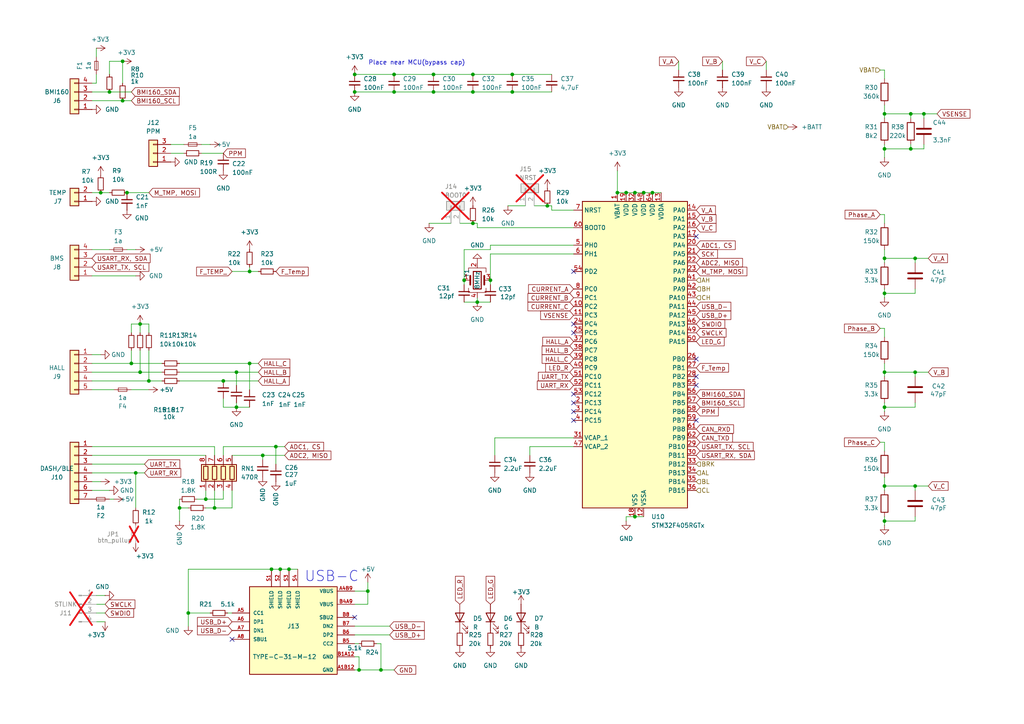
<source format=kicad_sch>
(kicad_sch (version 20231120) (generator "eeschema") (generator_version "8.0")
  (paper "A4")
  (junction (at 102.87 21.59))
  (junction (at 80.01 129.54))
  (junction (at 148.59 21.59))
  (junction (at 137.16 26.67))
  (junction (at 106.68 171.45))
  (junction (at 68.58 118.11))
  (junction (at 264.16 43.18))
  (junction (at 137.16 21.59))
  (junction (at 158.75 59.69))
  (junction (at 256.54 151.13))
  (junction (at 264.16 33.02))
  (junction (at 104.14 194.31))
  (junction (at 76.2 132.08))
  (junction (at 189.23 55.88))
  (junction (at 256.54 118.11))
  (junction (at 54.61 177.8))
  (junction (at 114.3 21.59))
  (junction (at 39.37 137.16))
  (junction (at 142.24 81.28))
  (junction (at 179.07 55.88))
  (junction (at 256.54 74.93))
  (junction (at 72.39 105.41))
  (junction (at 125.73 21.59))
  (junction (at 36.83 55.88))
  (junction (at 110.49 194.31))
  (junction (at 256.54 33.02))
  (junction (at 148.59 26.67))
  (junction (at 186.69 55.88))
  (junction (at 256.54 140.97))
  (junction (at 68.58 107.95))
  (junction (at 31.75 26.67))
  (junction (at 184.15 149.86))
  (junction (at 72.39 78.74))
  (junction (at 114.3 26.67))
  (junction (at 78.74 165.1))
  (junction (at 38.1 105.41))
  (junction (at 267.97 33.02))
  (junction (at 265.43 107.95))
  (junction (at 83.82 165.1))
  (junction (at 40.64 107.95))
  (junction (at 52.07 147.32))
  (junction (at 81.28 165.1))
  (junction (at 35.56 29.21))
  (junction (at 265.43 140.97))
  (junction (at 256.54 107.95))
  (junction (at 181.61 55.88))
  (junction (at 102.87 26.67))
  (junction (at 256.54 85.09))
  (junction (at 256.54 43.18))
  (junction (at 35.56 17.78))
  (junction (at 43.18 110.49))
  (junction (at 40.64 93.98))
  (junction (at 265.43 74.93))
  (junction (at 137.16 64.77))
  (junction (at 184.15 55.88))
  (junction (at 29.21 55.88))
  (junction (at 59.69 144.78))
  (junction (at 125.73 26.67))
  (junction (at 138.43 87.63))
  (junction (at 64.77 110.49))
  (junction (at 62.23 147.32))
  (junction (at 134.62 81.28))
  (no_connect (at 67.31 185.42))
  (no_connect (at 201.93 111.76))
  (no_connect (at 201.93 121.92))
  (no_connect (at 166.37 116.84))
  (no_connect (at 166.37 119.38))
  (no_connect (at 201.93 68.58))
  (no_connect (at 166.37 93.98))
  (no_connect (at 102.87 179.07))
  (no_connect (at 166.37 96.52))
  (no_connect (at 166.37 121.92))
  (no_connect (at 201.93 109.22))
  (no_connect (at 166.37 78.74))
  (no_connect (at 201.93 104.14))
  (no_connect (at 166.37 114.3))
  (wire (pts (xy 76.2 132.08) (xy 76.2 133.35)))
  (wire (pts (xy 256.54 74.93) (xy 256.54 76.2)))
  (wire (pts (xy 31.75 26.67) (xy 38.1 26.67)))
  (wire (pts (xy 160.02 59.69) (xy 160.02 60.96)))
  (wire (pts (xy 255.27 95.25) (xy 256.54 95.25)))
  (wire (pts (xy 267.97 41.91) (xy 267.97 43.18)))
  (wire (pts (xy 179.07 55.88) (xy 181.61 55.88)))
  (wire (pts (xy 52.07 147.32) (xy 52.07 151.13)))
  (wire (pts (xy 166.37 129.54) (xy 153.67 129.54)))
  (wire (pts (xy 38.1 113.03) (xy 43.18 113.03)))
  (wire (pts (xy 153.67 129.54) (xy 153.67 132.08)))
  (wire (pts (xy 102.87 181.61) (xy 113.03 181.61)))
  (wire (pts (xy 147.32 59.69) (xy 152.4 59.69)))
  (wire (pts (xy 68.58 107.95) (xy 74.93 107.95)))
  (wire (pts (xy 72.39 77.47) (xy 72.39 78.74)))
  (wire (pts (xy 134.62 72.39) (xy 134.62 81.28)))
  (wire (pts (xy 62.23 142.24) (xy 62.23 147.32)))
  (wire (pts (xy 78.74 165.1) (xy 54.61 165.1)))
  (wire (pts (xy 137.16 26.67) (xy 148.59 26.67)))
  (wire (pts (xy 209.55 17.78) (xy 209.55 20.32)))
  (wire (pts (xy 256.54 85.09) (xy 256.54 86.36)))
  (wire (pts (xy 27.94 13.97) (xy 27.94 16.51)))
  (wire (pts (xy 26.67 110.49) (xy 43.18 110.49)))
  (wire (pts (xy 102.87 175.26) (xy 106.68 175.26)))
  (wire (pts (xy 64.77 118.11) (xy 68.58 118.11)))
  (wire (pts (xy 134.62 87.63) (xy 138.43 87.63)))
  (wire (pts (xy 59.69 147.32) (xy 62.23 147.32)))
  (wire (pts (xy 52.07 107.95) (xy 68.58 107.95)))
  (wire (pts (xy 81.28 165.1) (xy 83.82 165.1)))
  (wire (pts (xy 31.75 55.88) (xy 29.21 55.88)))
  (wire (pts (xy 72.39 118.11) (xy 68.58 118.11)))
  (wire (pts (xy 26.67 80.01) (xy 39.37 80.01)))
  (wire (pts (xy 38.1 93.98) (xy 38.1 96.52)))
  (wire (pts (xy 26.67 113.03) (xy 33.02 113.03)))
  (wire (pts (xy 76.2 132.08) (xy 82.55 132.08)))
  (wire (pts (xy 27.94 24.13) (xy 26.67 24.13)))
  (wire (pts (xy 26.67 26.67) (xy 31.75 26.67)))
  (wire (pts (xy 265.43 140.97) (xy 269.24 140.97)))
  (wire (pts (xy 67.31 177.8) (xy 66.04 177.8)))
  (wire (pts (xy 68.58 116.84) (xy 68.58 118.11)))
  (wire (pts (xy 267.97 33.02) (xy 267.97 34.29)))
  (wire (pts (xy 265.43 107.95) (xy 269.24 107.95)))
  (wire (pts (xy 102.87 21.59) (xy 114.3 21.59)))
  (wire (pts (xy 256.54 118.11) (xy 265.43 118.11)))
  (wire (pts (xy 265.43 83.82) (xy 265.43 85.09)))
  (wire (pts (xy 27.94 172.72) (xy 30.48 172.72)))
  (wire (pts (xy 256.54 41.91) (xy 256.54 43.18)))
  (wire (pts (xy 134.62 72.39) (xy 142.24 72.39)))
  (wire (pts (xy 143.51 132.08) (xy 143.51 127)))
  (wire (pts (xy 26.67 134.62) (xy 41.91 134.62)))
  (wire (pts (xy 264.16 43.18) (xy 267.97 43.18)))
  (wire (pts (xy 64.77 129.54) (xy 64.77 132.08)))
  (wire (pts (xy 80.01 129.54) (xy 80.01 134.62)))
  (wire (pts (xy 256.54 105.41) (xy 256.54 107.95)))
  (wire (pts (xy 256.54 107.95) (xy 265.43 107.95)))
  (wire (pts (xy 138.43 66.04) (xy 166.37 66.04)))
  (wire (pts (xy 106.68 168.91) (xy 106.68 171.45)))
  (wire (pts (xy 43.18 110.49) (xy 46.99 110.49)))
  (wire (pts (xy 59.69 144.78) (xy 64.77 144.78)))
  (wire (pts (xy 36.83 72.39) (xy 39.37 72.39)))
  (wire (pts (xy 31.75 144.78) (xy 33.02 144.78)))
  (wire (pts (xy 26.67 107.95) (xy 40.64 107.95)))
  (wire (pts (xy 35.56 17.78) (xy 35.56 24.13)))
  (wire (pts (xy 27.94 177.8) (xy 30.48 177.8)))
  (wire (pts (xy 59.69 142.24) (xy 59.69 144.78)))
  (wire (pts (xy 256.54 118.11) (xy 256.54 119.38)))
  (wire (pts (xy 102.87 184.15) (xy 113.03 184.15)))
  (wire (pts (xy 40.64 107.95) (xy 46.99 107.95)))
  (wire (pts (xy 27.94 180.34) (xy 30.48 180.34)))
  (wire (pts (xy 184.15 149.86) (xy 181.61 149.86)))
  (wire (pts (xy 142.24 71.12) (xy 166.37 71.12)))
  (wire (pts (xy 49.53 44.45) (xy 53.34 44.45)))
  (wire (pts (xy 67.31 147.32) (xy 62.23 147.32)))
  (wire (pts (xy 265.43 74.93) (xy 265.43 76.2)))
  (wire (pts (xy 26.67 139.7) (xy 29.21 139.7)))
  (wire (pts (xy 68.58 107.95) (xy 68.58 111.76)))
  (wire (pts (xy 160.02 60.96) (xy 166.37 60.96)))
  (wire (pts (xy 26.67 29.21) (xy 35.56 29.21)))
  (wire (pts (xy 256.54 128.27) (xy 256.54 130.81)))
  (wire (pts (xy 35.56 29.21) (xy 38.1 29.21)))
  (wire (pts (xy 102.87 171.45) (xy 106.68 171.45)))
  (wire (pts (xy 27.94 175.26) (xy 30.48 175.26)))
  (wire (pts (xy 40.64 93.98) (xy 43.18 93.98)))
  (wire (pts (xy 137.16 21.59) (xy 148.59 21.59)))
  (wire (pts (xy 158.75 59.69) (xy 160.02 59.69)))
  (wire (pts (xy 125.73 26.67) (xy 137.16 26.67)))
  (wire (pts (xy 196.85 20.32) (xy 196.85 17.78)))
  (wire (pts (xy 43.18 101.6) (xy 43.18 110.49)))
  (wire (pts (xy 264.16 33.02) (xy 267.97 33.02)))
  (wire (pts (xy 64.77 144.78) (xy 64.77 142.24)))
  (wire (pts (xy 49.53 41.91) (xy 53.34 41.91)))
  (wire (pts (xy 255.27 62.23) (xy 256.54 62.23)))
  (wire (pts (xy 26.67 142.24) (xy 31.75 142.24)))
  (wire (pts (xy 265.43 140.97) (xy 265.43 142.24)))
  (wire (pts (xy 40.64 101.6) (xy 40.64 107.95)))
  (wire (pts (xy 72.39 78.74) (xy 74.93 78.74)))
  (wire (pts (xy 265.43 149.86) (xy 265.43 151.13)))
  (wire (pts (xy 114.3 26.67) (xy 125.73 26.67)))
  (wire (pts (xy 255.27 128.27) (xy 256.54 128.27)))
  (wire (pts (xy 38.1 101.6) (xy 38.1 105.41)))
  (wire (pts (xy 256.54 149.86) (xy 256.54 151.13)))
  (wire (pts (xy 27.94 21.59) (xy 27.94 24.13)))
  (wire (pts (xy 186.69 149.86) (xy 184.15 149.86)))
  (wire (pts (xy 256.54 33.02) (xy 256.54 34.29)))
  (wire (pts (xy 256.54 43.18) (xy 264.16 43.18)))
  (wire (pts (xy 102.87 26.67) (xy 114.3 26.67)))
  (wire (pts (xy 256.54 72.39) (xy 256.54 74.93)))
  (wire (pts (xy 130.81 64.77) (xy 124.46 64.77)))
  (wire (pts (xy 137.16 64.77) (xy 138.43 64.77)))
  (wire (pts (xy 256.54 151.13) (xy 265.43 151.13)))
  (wire (pts (xy 265.43 74.93) (xy 269.24 74.93)))
  (wire (pts (xy 256.54 85.09) (xy 265.43 85.09)))
  (wire (pts (xy 184.15 55.88) (xy 186.69 55.88)))
  (wire (pts (xy 256.54 20.32) (xy 256.54 22.86)))
  (wire (pts (xy 265.43 116.84) (xy 265.43 118.11)))
  (wire (pts (xy 110.49 194.31) (xy 104.14 194.31)))
  (wire (pts (xy 58.42 41.91) (xy 60.96 41.91)))
  (wire (pts (xy 26.67 105.41) (xy 38.1 105.41)))
  (wire (pts (xy 181.61 149.86) (xy 181.61 151.13)))
  (wire (pts (xy 67.31 142.24) (xy 67.31 147.32)))
  (wire (pts (xy 264.16 33.02) (xy 264.16 34.29)))
  (wire (pts (xy 26.67 72.39) (xy 31.75 72.39)))
  (wire (pts (xy 26.67 137.16) (xy 39.37 137.16)))
  (wire (pts (xy 36.83 55.88) (xy 43.18 55.88)))
  (wire (pts (xy 256.54 151.13) (xy 256.54 152.4)))
  (wire (pts (xy 256.54 62.23) (xy 256.54 64.77)))
  (wire (pts (xy 54.61 165.1) (xy 54.61 177.8)))
  (wire (pts (xy 148.59 21.59) (xy 160.02 21.59)))
  (wire (pts (xy 142.24 72.39) (xy 142.24 71.12)))
  (wire (pts (xy 256.54 43.18) (xy 256.54 45.72)))
  (wire (pts (xy 264.16 41.91) (xy 264.16 43.18)))
  (wire (pts (xy 138.43 87.63) (xy 138.43 86.36)))
  (wire (pts (xy 256.54 140.97) (xy 256.54 142.24)))
  (wire (pts (xy 125.73 21.59) (xy 137.16 21.59)))
  (wire (pts (xy 179.07 49.53) (xy 179.07 55.88)))
  (wire (pts (xy 58.42 44.45) (xy 64.77 44.45)))
  (wire (pts (xy 109.22 186.69) (xy 110.49 186.69)))
  (wire (pts (xy 67.31 132.08) (xy 76.2 132.08)))
  (wire (pts (xy 256.54 140.97) (xy 265.43 140.97)))
  (wire (pts (xy 40.64 93.98) (xy 40.64 96.52)))
  (wire (pts (xy 80.01 129.54) (xy 82.55 129.54)))
  (wire (pts (xy 222.25 17.78) (xy 222.25 20.32)))
  (wire (pts (xy 134.62 81.28) (xy 134.62 82.55)))
  (wire (pts (xy 26.67 132.08) (xy 59.69 132.08)))
  (wire (pts (xy 166.37 73.66) (xy 142.24 73.66)))
  (wire (pts (xy 31.75 17.78) (xy 35.56 17.78)))
  (wire (pts (xy 106.68 175.26) (xy 106.68 171.45)))
  (wire (pts (xy 83.82 165.1) (xy 86.36 165.1)))
  (wire (pts (xy 256.54 83.82) (xy 256.54 85.09)))
  (wire (pts (xy 52.07 110.49) (xy 64.77 110.49)))
  (wire (pts (xy 52.07 105.41) (xy 72.39 105.41)))
  (wire (pts (xy 57.15 144.78) (xy 59.69 144.78)))
  (wire (pts (xy 64.77 115.57) (xy 64.77 118.11)))
  (wire (pts (xy 255.27 20.32) (xy 256.54 20.32)))
  (wire (pts (xy 133.35 64.77) (xy 137.16 64.77)))
  (wire (pts (xy 138.43 87.63) (xy 142.24 87.63)))
  (wire (pts (xy 256.54 33.02) (xy 264.16 33.02)))
  (wire (pts (xy 265.43 107.95) (xy 265.43 109.22)))
  (wire (pts (xy 52.07 144.78) (xy 52.07 147.32)))
  (wire (pts (xy 256.54 95.25) (xy 256.54 97.79)))
  (wire (pts (xy 26.67 102.87) (xy 29.21 102.87)))
  (wire (pts (xy 148.59 26.67) (xy 160.02 26.67)))
  (wire (pts (xy 38.1 105.41) (xy 46.99 105.41)))
  (wire (pts (xy 110.49 186.69) (xy 110.49 194.31)))
  (wire (pts (xy 54.61 177.8) (xy 60.96 177.8)))
  (wire (pts (xy 31.75 21.59) (xy 31.75 17.78)))
  (wire (pts (xy 267.97 33.02) (xy 271.78 33.02)))
  (wire (pts (xy 72.39 105.41) (xy 74.93 105.41)))
  (wire (pts (xy 142.24 82.55) (xy 142.24 81.28)))
  (wire (pts (xy 72.39 105.41) (xy 72.39 113.03)))
  (wire (pts (xy 54.61 181.61) (xy 54.61 177.8)))
  (wire (pts (xy 256.54 138.43) (xy 256.54 140.97)))
  (wire (pts (xy 114.3 194.31) (xy 110.49 194.31)))
  (wire (pts (xy 102.87 186.69) (xy 104.14 186.69)))
  (wire (pts (xy 186.69 55.88) (xy 189.23 55.88)))
  (wire (pts (xy 26.67 55.88) (xy 29.21 55.88)))
  (wire (pts (xy 62.23 132.08) (xy 62.23 129.54)))
  (wire (pts (xy 256.54 74.93) (xy 265.43 74.93)))
  (wire (pts (xy 114.3 21.59) (xy 125.73 21.59)))
  (wire (pts (xy 181.61 55.88) (xy 184.15 55.88)))
  (wire (pts (xy 52.07 147.32) (xy 54.61 147.32)))
  (wire (pts (xy 72.39 78.74) (xy 67.31 78.74)))
  (wire (pts (xy 43.18 93.98) (xy 43.18 96.52)))
  (wire (pts (xy 142.24 73.66) (xy 142.24 81.28)))
  (wire (pts (xy 189.23 55.88) (xy 191.77 55.88)))
  (wire (pts (xy 143.51 127) (xy 166.37 127)))
  (wire (pts (xy 39.37 137.16) (xy 41.91 137.16)))
  (wire (pts (xy 256.54 116.84) (xy 256.54 118.11)))
  (wire (pts (xy 256.54 30.48) (xy 256.54 33.02)))
  (wire (pts (xy 64.77 110.49) (xy 74.93 110.49)))
  (wire (pts (xy 154.94 59.69) (xy 158.75 59.69)))
  (wire (pts (xy 256.54 107.95) (xy 256.54 109.22)))
  (wire (pts (xy 104.14 190.5) (xy 104.14 194.31)))
  (wire (pts (xy 138.43 64.77) (xy 138.43 66.04)))
  (wire (pts (xy 26.67 129.54) (xy 62.23 129.54)))
  (wire (pts (xy 78.74 165.1) (xy 81.28 165.1)))
  (wire (pts (xy 102.87 190.5) (xy 104.14 190.5)))
  (wire (pts (xy 102.87 194.31) (xy 104.14 194.31)))
  (wire (pts (xy 39.37 137.16) (xy 39.37 147.32)))
  (wire (pts (xy 38.1 93.98) (xy 40.64 93.98)))
  (wire (pts (xy 64.77 129.54) (xy 80.01 129.54)))
  (text "USB-C\n" (at 88.265 169.037 0) (effects (font (size 2.9972 2.9972)) (justify left bottom)))
  (text "Place near MCU(bypass cap)" (at 120.904 18.288 0) (effects (font (size 1.27 1.27))))
  (global_label "ADC1, CS" (shape input) (at 82.55 129.54 0) (property "Intersheetrefs" "${INTERSHEET_REFS}" (effects (hide yes))))
  (global_label "F_Temp" (shape input) (at 80.01 78.74 0) (property "Intersheetrefs" "${INTERSHEET_REFS}" (effects (hide yes))))
  (global_label "CURRENT_C" (shape input) (at 166.37 88.9 180) (property "Intersheetrefs" "${INTERSHEET_REFS}" (effects (hide yes))))
  (global_label "UART_TX" (shape input) (at 41.91 134.62 0) (property "Intersheetrefs" "${INTERSHEET_REFS}" (effects (hide yes))))
  (global_label "PPM" (shape input) (at 201.93 119.38 0) (property "Intersheetrefs" "${INTERSHEET_REFS}" (effects (hide yes))))
  (global_label "SWDIO" (shape input) (at 201.93 93.98 0) (property "Intersheetrefs" "${INTERSHEET_REFS}" (effects (hide yes))))
  (global_label "SWDIO" (shape input) (at 30.48 177.8 0) (property "Intersheetrefs" "${INTERSHEET_REFS}" (effects (hide yes))))
  (global_label "V_A" (shape input) (at 201.93 60.96 0) (property "Intersheetrefs" "${INTERSHEET_REFS}" (effects (hide yes))))
  (global_label "VSENSE" (shape input) (at 271.78 33.02 0) (property "Intersheetrefs" "${INTERSHEET_REFS}" (effects (hide yes))))
  (global_label "ADC2, MISO" (shape input) (at 201.93 76.2 0) (property "Intersheetrefs" "${INTERSHEET_REFS}" (effects (hide yes))))
  (global_label "SWCLK" (shape input) (at 30.48 175.26 0) (property "Intersheetrefs" "${INTERSHEET_REFS}" (effects (hide yes))))
  (global_label "USART_RX, SDA" (shape input) (at 26.67 74.93 0) (property "Intersheetrefs" "${INTERSHEET_REFS}" (effects (hide yes))))
  (global_label "CAN_RXD" (shape input) (at 201.93 124.46 0) (property "Intersheetrefs" "${INTERSHEET_REFS}" (effects (hide yes))))
  (global_label "V_C" (shape input) (at 222.25 17.78 180) (property "Intersheetrefs" "${INTERSHEET_REFS}" (effects (hide yes))))
  (global_label "SCK" (shape input) (at 201.93 73.66 0) (property "Intersheetrefs" "${INTERSHEET_REFS}" (effects (hide yes))))
  (global_label "V_B" (shape input) (at 201.93 63.5 0) (property "Intersheetrefs" "${INTERSHEET_REFS}" (effects (hide yes))))
  (global_label "SWCLK" (shape input) (at 201.93 96.52 0) (property "Intersheetrefs" "${INTERSHEET_REFS}" (effects (hide yes))))
  (global_label "USB_D-" (shape input) (at 113.03 181.61 0) (property "Intersheetrefs" "${INTERSHEET_REFS}" (effects (hide yes))))
  (global_label "LED_R" (shape input) (at 133.35 175.26 90) (property "Intersheetrefs" "${INTERSHEET_REFS}" (effects (hide yes))))
  (global_label "V_C" (shape input) (at 201.93 66.04 0) (property "Intersheetrefs" "${INTERSHEET_REFS}" (effects (hide yes))))
  (global_label "VSENSE" (shape input) (at 166.37 91.44 180) (property "Intersheetrefs" "${INTERSHEET_REFS}" (effects (hide yes))))
  (global_label "V_B" (shape input) (at 209.55 17.78 180) (property "Intersheetrefs" "${INTERSHEET_REFS}" (effects (hide yes))))
  (global_label "M_TMP, MOSI" (shape input) (at 201.93 78.74 0) (property "Intersheetrefs" "${INTERSHEET_REFS}" (effects (hide yes))))
  (global_label "GND" (shape input) (at 114.3 194.31 0) (property "Intersheetrefs" "${INTERSHEET_REFS}" (effects (hide yes))))
  (global_label "Phase_A" (shape input) (at 255.27 62.23 180) (property "Intersheetrefs" "${INTERSHEET_REFS}" (effects (hide yes))))
  (global_label "CAN_TXD" (shape input) (at 201.93 127 0) (property "Intersheetrefs" "${INTERSHEET_REFS}" (effects (hide yes))))
  (global_label "HALL_C" (shape input) (at 74.93 105.41 0) (property "Intersheetrefs" "${INTERSHEET_REFS}" (effects (hide yes))))
  (global_label "HALL_B" (shape input) (at 74.93 107.95 0) (property "Intersheetrefs" "${INTERSHEET_REFS}" (effects (hide yes))))
  (global_label "V_A" (shape input) (at 269.24 74.93 0) (property "Intersheetrefs" "${INTERSHEET_REFS}" (effects (hide yes))))
  (global_label "USB_D+" (shape input) (at 201.93 91.44 0) (property "Intersheetrefs" "${INTERSHEET_REFS}" (effects (hide yes))))
  (global_label "Phase_B" (shape input) (at 255.27 95.25 180) (property "Intersheetrefs" "${INTERSHEET_REFS}" (effects (hide yes))))
  (global_label "CURRENT_A" (shape input) (at 166.37 83.82 180) (property "Intersheetrefs" "${INTERSHEET_REFS}" (effects (hide yes))))
  (global_label "USART_TX, SCL" (shape input) (at 26.67 77.47 0) (property "Intersheetrefs" "${INTERSHEET_REFS}" (effects (hide yes))))
  (global_label "USART_RX, SDA" (shape input) (at 201.93 132.08 0) (property "Intersheetrefs" "${INTERSHEET_REFS}" (effects (hide yes))))
  (global_label "USB_D-" (shape input) (at 201.93 88.9 0) (property "Intersheetrefs" "${INTERSHEET_REFS}" (effects (hide yes))))
  (global_label "V_B" (shape input) (at 269.24 107.95 0) (property "Intersheetrefs" "${INTERSHEET_REFS}" (effects (hide yes))))
  (global_label "UART_RX" (shape input) (at 166.37 111.76 180) (property "Intersheetrefs" "${INTERSHEET_REFS}" (effects (hide yes))))
  (global_label "BMI160_SDA" (shape input) (at 38.1 26.67 0) (property "Intersheetrefs" "${INTERSHEET_REFS}" (effects (hide yes))))
  (global_label "UART_TX" (shape input) (at 166.37 109.22 180) (property "Intersheetrefs" "${INTERSHEET_REFS}" (effects (hide yes))))
  (global_label "PPM" (shape input) (at 64.77 44.45 0) (property "Intersheetrefs" "${INTERSHEET_REFS}" (effects (hide yes))))
  (global_label "Phase_C" (shape input) (at 255.27 128.27 180) (property "Intersheetrefs" "${INTERSHEET_REFS}" (effects (hide yes))))
  (global_label "HALL_B" (shape input) (at 166.37 101.6 180) (property "Intersheetrefs" "${INTERSHEET_REFS}" (effects (hide yes))))
  (global_label "LED_R" (shape input) (at 166.37 106.68 180) (property "Intersheetrefs" "${INTERSHEET_REFS}" (effects (hide yes))))
  (global_label "CURRENT_B" (shape input) (at 166.37 86.36 180) (property "Intersheetrefs" "${INTERSHEET_REFS}" (effects (hide yes))))
  (global_label "F_Temp" (shape input) (at 201.93 106.68 0) (property "Intersheetrefs" "${INTERSHEET_REFS}" (effects (hide yes))))
  (global_label "USB_D-" (shape input) (at 67.31 182.88 180) (property "Intersheetrefs" "${INTERSHEET_REFS}" (effects (hide yes))))
  (global_label "BMI160_SCL" (shape input) (at 201.93 116.84 0) (property "Intersheetrefs" "${INTERSHEET_REFS}" (effects (hide yes))))
  (global_label "F_TEMP_" (shape input) (at 67.31 78.74 180) (property "Intersheetrefs" "${INTERSHEET_REFS}" (effects (hide yes))))
  (global_label "BMI160_SDA" (shape input) (at 201.93 114.3 0) (property "Intersheetrefs" "${INTERSHEET_REFS}" (effects (hide yes))))
  (global_label "HALL_A" (shape input) (at 74.93 110.49 0) (property "Intersheetrefs" "${INTERSHEET_REFS}" (effects (hide yes))))
  (global_label "LED_G" (shape input) (at 201.93 99.06 0) (property "Intersheetrefs" "${INTERSHEET_REFS}" (effects (hide yes))))
  (global_label "V_C" (shape input) (at 269.24 140.97 0) (property "Intersheetrefs" "${INTERSHEET_REFS}" (effects (hide yes))))
  (global_label "UART_RX" (shape input) (at 41.91 137.16 0) (property "Intersheetrefs" "${INTERSHEET_REFS}" (effects (hide yes))))
  (global_label "ADC1, CS" (shape input) (at 201.93 71.12 0) (property "Intersheetrefs" "${INTERSHEET_REFS}" (effects (hide yes))))
  (global_label "LED_G" (shape input) (at 142.24 175.26 90) (property "Intersheetrefs" "${INTERSHEET_REFS}" (effects (hide yes))))
  (global_label "V_A" (shape input) (at 196.85 17.78 180) (property "Intersheetrefs" "${INTERSHEET_REFS}" (effects (hide yes))))
  (global_label "BMI160_SCL" (shape input) (at 38.1 29.21 0) (property "Intersheetrefs" "${INTERSHEET_REFS}" (effects (hide yes))))
  (global_label "HALL_A" (shape input) (at 166.37 99.06 180) (property "Intersheetrefs" "${INTERSHEET_REFS}" (effects (hide yes))))
  (global_label "USART_TX, SCL" (shape input) (at 201.93 129.54 0) (property "Intersheetrefs" "${INTERSHEET_REFS}" (effects (hide yes))))
  (global_label "ADC2, MISO" (shape input) (at 82.55 132.08 0) (property "Intersheetrefs" "${INTERSHEET_REFS}" (effects (hide yes))))
  (global_label "USB_D+" (shape input) (at 67.31 180.34 180) (property "Intersheetrefs" "${INTERSHEET_REFS}" (effects (hide yes))))
  (global_label "M_TMP, MOSI" (shape input) (at 43.18 55.88 0) (property "Intersheetrefs" "${INTERSHEET_REFS}" (effects (hide yes))))
  (global_label "HALL_C" (shape input) (at 166.37 104.14 180) (property "Intersheetrefs" "${INTERSHEET_REFS}" (effects (hide yes))))
  (global_label "USB_D+" (shape input) (at 113.03 184.15 0) (property "Intersheetrefs" "${INTERSHEET_REFS}" (effects (hide yes))))
  (hierarchical_label "BRK" (shape input) (at 201.93 134.62 0))
  (hierarchical_label "BL" (shape input) (at 201.93 139.7 0))
  (hierarchical_label "BH" (shape input) (at 201.93 83.82 0))
  (hierarchical_label "AH" (shape input) (at 201.93 81.28 0))
  (hierarchical_label "VBAT" (shape input) (at 228.6 36.83 180))
  (hierarchical_label "AL" (shape input) (at 201.93 137.16 0))
  (hierarchical_label "CL" (shape input) (at 201.93 142.24 0))
  (hierarchical_label "CH" (shape input) (at 201.93 86.36 0))
  (hierarchical_label "VBAT" (shape input) (at 255.27 20.32 180))
  (symbol (lib_id "Device:C") (at 267.97 38.1 0) (unit 1)
    (property "Reference" "C44" (at 270.51 35.56 0) (effects (justify left)))
    (property "Value" "3.3nF" (at 270.51 40.64 0) (effects (justify left)))
    (property "Footprint" "Capacitor_SMD:C_0603_1608Metric" (effects (hide yes)))
    (property "MFR PT" "CL10B332KB8NNNC" (effects (hide yes)))
    (property "LCSC" "C1613" (effects (hide yes)))
  )
  (symbol (lib_id "power:+3V3") (at 137.16 59.69 0) (unit 1)
    (property "Reference" "#PWR074" (effects (hide yes)))
    (property "Value" "+3V3" (at 137.16 54.61 0))
    (property "Description" "Power symbol creates a global label with name \"+3V3\"" (effects (hide yes)))
  )
  (symbol (lib_id "Device:R_Small") (at 142.24 185.42 0) (unit 1)
    (property "Reference" "R27" (at 144.78 184.1499 0) (effects (justify left)))
    (property "Value" "20k" (at 144.78 186.6899 0) (effects (justify left)))
    (property "Footprint" "Resistor_SMD:R_0603_1608Metric" (effects (hide yes)))
    (property "Description" "Resistor, small symbol" (effects (hide yes)))
    (property "LCSC" "C269687" (effects (hide yes)))
  )
  (symbol (lib_id "Device:R_Small") (at 63.5 177.8 270) (unit 1)
    (property "Reference" "R21" (at 59.69 175.26 90))
    (property "Value" "5.1k" (at 66.04 175.26 90))
    (property "Footprint" "Resistor_SMD:R_0402_1005Metric" (effects (hide yes)))
    (property "LCSC" "C105872" (effects (hide yes)))
  )
  (symbol (lib_id "power:+5V") (at 39.37 72.39 270) (unit 1)
    (property "Reference" "#PWR055" (effects (hide yes)))
    (property "Value" "+5V" (at 43.18 72.3899 90) (effects (justify left)))
    (property "Description" "Power symbol creates a global label with name \"+5V\"" (effects (hide yes)))
  )
  (symbol (lib_id "Connector_Generic:Conn_01x07") (at 21.59 137.16 0) (mirror y) (unit 1)
    (property "Reference" "J10" (at 16.51 138.43 0))
    (property "Value" "DASH/BLE" (at 16.51 135.89 0))
    (property "Footprint" "Connector_JST:JST_GH_BM07B-GHS-TBT_1x07-1MP_P1.25mm_Vertical" (effects (hide yes)))
    (property "Description" "Generic connector, single row, 01x07, script generated (kicad-library-utils/schlib/autogen/connector/)" (effects (hide yes)))
    (property "LCSC" "C5340799" (effects (hide yes)))
  )
  (symbol (lib_id "Device:R") (at 256.54 26.67 180) (unit 1)
    (property "Reference" "R30" (at 252.73 25.4 0))
    (property "Value" "360k" (at 252.73 27.94 0))
    (property "Footprint" "Resistor_SMD:R_0805_2012Metric" (effects (hide yes)))
    (property "MFR PT" "0805W8F3603T5E" (effects (hide yes)))
    (property "LCSC" "C17645" (effects (hide yes)))
  )
  (symbol (lib_id "Device:R_Small") (at 49.53 110.49 270) (unit 1)
    (property "Reference" "R17" (at 49.53 118.872 90) (effects (justify left)))
    (property "Value" "10k" (effects (hide yes)))
    (property "Footprint" "Resistor_SMD:R_0402_1005Metric" (effects (hide yes)))
    (property "Description" "Resistor, small symbol" (effects (hide yes)))
    (property "LCSC" "C25744" (effects (hide yes)))
  )
  (symbol (lib_id "power:GND") (at 31.75 142.24 90) (mirror x) (unit 1)
    (property "Reference" "#PWR051" (effects (hide yes)))
    (property "Value" "GND" (at 36.83 142.24 90))
    (property "Description" "Power symbol creates a global label with name \"GND\" , ground" (effects (hide yes)))
  )
  (symbol (lib_id "power:GND") (at 147.32 59.69 0) (unit 1)
    (property "Reference" "#PWR079" (effects (hide yes)))
    (property "Value" "GND" (at 147.32 64.77 0))
    (property "Description" "Power symbol creates a global label with name \"GND\" , ground" (effects (hide yes)))
  )
  (symbol (lib_id "power:GND") (at 52.07 151.13 0) (mirror y) (unit 1)
    (property "Reference" "#PWR061" (effects (hide yes)))
    (property "Value" "GND" (at 52.07 156.21 90))
    (property "Description" "Power symbol creates a global label with name \"GND\" , ground" (effects (hide yes)))
  )
  (symbol (lib_id "Device:C_Small") (at 209.55 22.86 0) (unit 1)
    (property "Reference" "C39" (at 212.09 21.5962 0) (effects (justify left)))
    (property "Value" "100nF" (at 212.09 24.1362 0) (effects (justify left)))
    (property "Footprint" "Capacitor_SMD:C_0603_1608Metric" (effects (hide yes)))
    (property "Description" "Unpolarized capacitor, small symbol" (effects (hide yes)))
    (property "LCSC" "C14663" (effects (hide yes)))
  )
  (symbol (lib_id "Device:R_Small") (at 29.21 53.34 0) (unit 1)
    (property "Reference" "R7" (at 23.622 49.784 0) (effects (justify left)))
    (property "Value" "10k" (at 23.622 52.324 0) (effects (justify left)))
    (property "Footprint" "Resistor_SMD:R_0603_1608Metric" (effects (hide yes)))
    (property "Description" "Resistor, small symbol" (effects (hide yes)))
    (property "LCSC" "C25804" (effects (hide yes)))
  )
  (symbol (lib_id "power:+3V3") (at 29.21 139.7 270) (unit 1)
    (property "Reference" "#PWR048" (effects (hide yes)))
    (property "Value" "+3V3" (at 33.02 139.6999 90) (effects (justify left)))
    (property "Description" "Power symbol creates a global label with name \"+3V3\"" (effects (hide yes)))
  )
  (symbol (lib_id "Device:Fuse_Small") (at 34.29 72.39 0) (unit 1)
    (property "Reference" "F3" (at 34.29 67.31 0))
    (property "Value" "1a" (at 34.29 69.85 0))
    (property "Footprint" "Resistor_SMD:R_1206_3216Metric" (effects (hide yes)))
    (property "Description" "Fuse, small symbol" (effects (hide yes)))
    (property "LCSC" "C2982267" (effects (hide yes)))
  )
  (symbol (lib_id "power:+5V") (at 60.96 41.91 270) (mirror x) (unit 1)
    (property "Reference" "#PWR063" (effects (hide yes)))
    (property "Value" "+5V" (at 64.77 41.91 90))
    (property "Description" "Power symbol creates a global label with name \"+5V\"" (effects (hide yes)))
  )
  (symbol (lib_id "power:+3V3") (at 40.64 93.98 0) (unit 1)
    (property "Reference" "#PWR058" (effects (hide yes)))
    (property "Value" "+3V3" (at 40.64 88.9 0))
    (property "Description" "Power symbol creates a global label with name \"+3V3\"" (effects (hide yes)))
  )
  (symbol (lib_id "Device:R_Small") (at 55.88 44.45 270) (unit 1)
    (property "Reference" "R19" (at 57.912 47.244 90) (effects (justify left)))
    (property "Value" "100R" (at 57.912 49.784 90) (effects (justify left)))
    (property "Footprint" "Resistor_SMD:R_0603_1608Metric" (effects (hide yes)))
    (property "Description" "Resistor, small symbol" (effects (hide yes)))
    (property "LCSC" "C105588" (effects (hide yes)))
  )
  (symbol (lib_id "power:+3V3") (at 158.75 54.61 0) (unit 1)
    (property "Reference" "#PWR083" (effects (hide yes)))
    (property "Value" "+3V3" (at 158.75 49.53 0))
    (property "Description" "Power symbol creates a global label with name \"+3V3\"" (effects (hide yes)))
  )
  (symbol (lib_id "power:GND") (at 26.67 31.75 90) (unit 1)
    (property "Reference" "#PWR043" (effects (hide yes)))
    (property "Value" "GND" (at 30.48 31.7499 90) (effects (justify right)))
    (property "Description" "Power symbol creates a global label with name \"GND\" , ground" (effects (hide yes)))
  )
  (symbol (lib_id "power:GND") (at 133.35 187.96 0) (unit 1)
    (property "Reference" "#PWR073" (effects (hide yes)))
    (property "Value" "GND" (at 133.35 193.04 0))
    (property "Description" "Power symbol creates a global label with name \"GND\" , ground" (effects (hide yes)))
  )
  (symbol (lib_id "Device:R") (at 256.54 134.62 180) (unit 1)
    (property "Reference" "R36" (at 252.73 133.35 0))
    (property "Value" "150k" (at 252.73 135.89 0))
    (property "Footprint" "Resistor_SMD:R_0805_2012Metric" (effects (hide yes)))
    (property "MFR PT" "0805W8F3603T5E" (effects (hide yes)))
    (property "LCSC" "C17645" (effects (hide yes)))
  )
  (symbol (lib_id "Device:R") (at 256.54 101.6 180) (unit 1)
    (property "Reference" "R34" (at 252.73 100.33 0))
    (property "Value" "150k" (at 252.73 102.87 0))
    (property "Footprint" "Resistor_SMD:R_0805_2012Metric" (effects (hide yes)))
    (property "MFR PT" "0805W8F3603T5E" (effects (hide yes)))
    (property "LCSC" "C17645" (effects (hide yes)))
  )
  (symbol (lib_id "power:+3V3") (at 72.39 72.39 0) (unit 1)
    (property "Reference" "#PWR066" (effects (hide yes)))
    (property "Value" "+3V3" (at 72.39 67.31 0))
    (property "Description" "Power symbol creates a global label with name \"+3V3\"" (effects (hide yes)))
  )
  (symbol (lib_id "power:GND") (at 196.85 25.4 0) (unit 1)
    (property "Reference" "#PWR086" (effects (hide yes)))
    (property "Value" "GND" (at 196.85 30.48 0))
    (property "Description" "Power symbol creates a global label with name \"GND\" , ground" (effects (hide yes)))
  )
  (symbol (lib_id "Device:C_Small") (at 196.85 22.86 0) (unit 1)
    (property "Reference" "C38" (at 199.39 21.5962 0) (effects (justify left)))
    (property "Value" "100nF" (at 199.39 24.1362 0) (effects (justify left)))
    (property "Footprint" "Capacitor_SMD:C_0603_1608Metric" (effects (hide yes)))
    (property "Description" "Unpolarized capacitor, small symbol" (effects (hide yes)))
    (property "LCSC" "C60474" (effects (hide yes)))
  )
  (symbol (lib_id "Device:LED") (at 142.24 179.07 90) (unit 1)
    (property "Reference" "D6" (at 146.05 179.3874 90) (effects (justify right)))
    (property "Value" "G" (at 146.05 181.9274 90) (effects (justify right)))
    (property "Footprint" "LED_SMD:LED_0603_1608Metric" (effects (hide yes)))
    (property "Description" "Light emitting diode" (effects (hide yes)))
    (property "LCSC" "C87326" (effects (hide yes)))
  )
  (symbol (lib_id "power:GND") (at 39.37 80.01 90) (unit 1)
    (property "Reference" "#PWR056" (effects (hide yes)))
    (property "Value" "GND" (at 43.18 80.0099 90) (effects (justify right)))
    (property "Description" "Power symbol creates a global label with name \"GND\" , ground" (effects (hide yes)))
  )
  (symbol (lib_id "MCU_ST_STM32F4:STM32F405RGTx") (at 184.15 104.14 0) (unit 1)
    (property "Reference" "U10" (at 188.8841 149.86 0) (effects (justify left)))
    (property "Value" "STM32F405RGTx" (at 188.8841 152.4 0) (effects (justify left)))
    (property "Footprint" "Package_QFP:LQFP-64_10x10mm_P0.5mm" (effects (hide yes)))
    (property "Datasheet" "https://www.st.com/resource/en/datasheet/stm32f405rg.pdf" (effects (hide yes)))
    (property "Description" "STMicroelectronics Arm Cortex-M4 MCU, 1024KB flash, 192KB RAM, 168 MHz, 1.8-3.6V, 51 GPIO, LQFP64" (effects (hide yes)))
    (property "LCSC" "C15742" (effects (hide yes)))
  )
  (symbol (lib_id "Device:R_Small") (at 133.35 185.42 0) (unit 1)
    (property "Reference" "R25" (at 135.89 184.1499 0) (effects (justify left)))
    (property "Value" "20k" (at 135.89 186.6899 0) (effects (justify left)))
    (property "Footprint" "Resistor_SMD:R_0603_1608Metric" (effects (hide yes)))
    (property "Description" "Resistor, small symbol" (effects (hide yes)))
    (property "LCSC" "C269687" (effects (hide yes)))
  )
  (symbol (lib_id "Device:R_Small") (at 106.68 186.69 90) (unit 1)
    (property "Reference" "R24" (at 107.95 189.23 90))
    (property "Value" "5.1k" (at 102.87 187.96 90))
    (property "Footprint" "Resistor_SMD:R_0402_1005Metric" (effects (hide yes)))
    (property "LCSC" "C105872" (effects (hide yes)))
  )
  (symbol (lib_id "power:+3V3") (at 30.48 180.34 180) (unit 1)
    (property "Reference" "#PWR050" (effects (hide yes)))
    (property "Value" "+3V3" (at 30.4799 184.15 0) (effects (justify left)))
    (property "Description" "Power symbol creates a global label with name \"+3V3\"" (effects (hide yes)))
  )
  (symbol (lib_id "Device:Fuse_Small") (at 29.21 144.78 180) (unit 1)
    (property "Reference" "F2" (at 29.21 149.606 0))
    (property "Value" "1a" (at 29.21 147.066 0))
    (property "Footprint" "Resistor_SMD:R_1206_3216Metric" (effects (hide yes)))
    (property "Description" "Fuse, small symbol" (effects (hide yes)))
    (property "LCSC" "C2982267" (effects (hide yes)))
  )
  (symbol (lib_id "Device:R") (at 264.16 38.1 180) (unit 1)
    (property "Reference" "R38" (at 260.35 36.83 0))
    (property "Value" "220k" (at 260.35 39.37 0))
    (property "Footprint" "Resistor_SMD:R_0603_1608Metric" (effects (hide yes)))
    (property "MFR PT" "0603WAF2203T5E" (effects (hide yes)))
    (property "LCSC" "C22961" (effects (hide yes)))
  )
  (symbol (lib_id "power:GND") (at 151.13 187.96 0) (unit 1)
    (property "Reference" "#PWR081" (effects (hide yes)))
    (property "Value" "GND" (at 151.13 193.04 0))
    (property "Description" "Power symbol creates a global label with name \"GND\" , ground" (effects (hide yes)))
  )
  (symbol (lib_id "Device:C") (at 265.43 80.01 0) (unit 1)
    (property "Reference" "C41" (at 270.256 78.994 0) (effects (justify left)))
    (property "Value" "47pF" (at 269.748 81.28 0) (effects (justify left)))
    (property "Footprint" "Capacitor_SMD:C_0603_1608Metric" (effects (hide yes)))
    (property "MFR PT" "CL10B332KB8NNNC" (effects (hide yes)))
    (property "LCSC" "C1613" (effects (hide yes)))
  )
  (symbol (lib_id "Device:C_Small") (at 68.58 114.3 0) (unit 1)
    (property "Reference" "C24" (at 80.518 114.554 0) (effects (justify left)))
    (property "Value" "1nF" (at 80.772 117.348 0) (effects (justify left)))
    (property "Footprint" "Capacitor_SMD:C_0402_1005Metric" (effects (hide yes)))
    (property "Description" "Unpolarized capacitor, small symbol" (effects (hide yes)))
    (property "LCSC" "C106205" (effects (hide yes)))
  )
  (symbol (lib_id "Device:C_Small") (at 36.83 58.42 0) (unit 1)
    (property "Reference" "C21" (at 39.37 57.1562 0) (effects (justify left)))
    (property "Value" "1nF" (at 39.37 59.6962 0) (effects (justify left)))
    (property "Footprint" "Capacitor_SMD:C_0603_1608Metric" (effects (hide yes)))
    (property "Description" "Unpolarized capacitor, small symbol" (effects (hide yes)))
    (property "LCSC" " C1588" (effects (hide yes)))
  )
  (symbol (lib_id "Device:R") (at 256.54 146.05 180) (unit 1)
    (property "Reference" "R37" (at 252.73 144.78 0))
    (property "Value" "3.3k" (at 252.73 147.32 0))
    (property "Footprint" "Resistor_SMD:R_0603_1608Metric" (effects (hide yes)))
    (property "MFR PT" "0603WAF8201T5E" (effects (hide yes)))
    (property "LCSC" "C25981" (effects (hide yes)))
  )
  (symbol (lib_id "power:GND") (at 138.43 76.2 180) (unit 1)
    (property "Reference" "#PWR075" (effects (hide yes)))
    (property "Value" "GND" (at 138.43 71.12 0))
    (property "Description" "Power symbol creates a global label with name \"GND\" , ground" (effects (hide yes)))
  )
  (symbol (lib_id "Device:C_Small") (at 153.67 134.62 0) (unit 1)
    (property "Reference" "C36" (at 156.21 133.3562 0) (effects (justify left)))
    (property "Value" "2.2uF" (at 156.21 135.8962 0) (effects (justify left)))
    (property "Footprint" "Capacitor_SMD:C_0402_1005Metric" (effects (hide yes)))
    (property "Description" "Unpolarized capacitor, small symbol" (effects (hide yes)))
    (property "LCSC" "C77002" (effects (hide yes)))
  )
  (symbol (lib_id "Device:C") (at 265.43 146.05 0) (unit 1)
    (property "Reference" "C43" (at 270.256 145.034 0) (effects (justify left)))
    (property "Value" "47pF" (at 269.748 147.32 0) (effects (justify left)))
    (property "Footprint" "Capacitor_SMD:C_0603_1608Metric" (effects (hide yes)))
    (property "MFR PT" "CL10B332KB8NNNC" (effects (hide yes)))
    (property "LCSC" "C1613" (effects (hide yes)))
  )
  (symbol (lib_id "power:GND") (at 54.61 181.61 0) (unit 1)
    (property "Reference" "#PWR062" (effects (hide yes)))
    (property "Value" "GND" (at 52.07 182.8801 0) (effects (justify right)))
  )
  (symbol (lib_id "Device:Crystal_GND24") (at 138.43 81.28 0) (unit 1)
    (property "Reference" "Y1" (at 135.382 79.248 90))
    (property "Value" "8MHz" (at 138.43 81.28 90))
    (property "Footprint" "Crystal:Crystal_SMD_3225-4Pin_3.2x2.5mm" (effects (hide yes)))
    (property "Description" "Four pin crystal, GND on pins 2 and 4" (effects (hide yes)))
    (property "LCSC" "C518154" (effects (hide yes)))
  )
  (symbol (lib_id "Device:C_Small") (at 222.25 22.86 0) (unit 1)
    (property "Reference" "C40" (at 224.79 21.5962 0) (effects (justify left)))
    (property "Value" "100nF" (at 224.79 24.1362 0) (effects (justify left)))
    (property "Footprint" "Capacitor_SMD:C_0603_1608Metric" (effects (hide yes)))
    (property "Description" "Unpolarized capacitor, small symbol" (effects (hide yes)))
    (property "LCSC" " C14663" (effects (hide yes)))
  )
  (symbol (lib_id "power:GND") (at 256.54 45.72 0) (unit 1)
    (property "Reference" "#PWR089" (effects (hide yes)))
    (property "Value" "GND" (at 256.54 50.8 0))
  )
  (symbol (lib_id "power:+3V3") (at 35.56 17.78 270) (unit 1)
    (property "Reference" "#PWR053" (effects (hide yes)))
    (property "Value" "+3V3" (at 34.036 15.24 90) (effects (justify left)))
    (property "Description" "Power symbol creates a global label with name \"+3V3\"" (effects (hide yes)))
  )
  (symbol (lib_id "power:+5V") (at 106.68 168.91 0) (mirror y) (unit 1)
    (property "Reference" "#PWR071" (effects (hide yes)))
    (property "Value" "+5V" (at 106.68 165.1 0))
  )
  (symbol (lib_id "Connector_Generic:Conn_01x02") (at 21.59 58.42 180) (unit 1)
    (property "Reference" "J7" (at 16.764 58.42 0))
    (property "Value" "TEMP" (at 16.764 55.88 0))
    (property "Footprint" "Connector_JST:JST_GH_BM02B-GHS-TBT_1x02-1MP_P1.25mm_Vertical" (effects (hide yes)))
    (property "Description" "Generic connector, single row, 01x02, script generated (kicad-library-utils/schlib/autogen/connector/)" (effects (hide yes)))
    (property "LCSC" "C3029368" (effects (hide yes)))
  )
  (symbol (lib_id "Device:C_Small") (at 143.51 134.62 0) (unit 1)
    (property "Reference" "C34" (at 146.05 133.3562 0) (effects (justify left)))
    (property "Value" "2.2uF" (at 146.05 135.8962 0) (effects (justify left)))
    (property "Footprint" "Capacitor_SMD:C_0402_1005Metric" (effects (hide yes)))
    (property "Description" "Unpolarized capacitor, small symbol" (effects (hide yes)))
    (property "LCSC" "C77002" (effects (hide yes)))
  )
  (symbol (lib_id "Device:C_Small") (at 64.77 113.03 0) (unit 1)
    (property "Reference" "C23" (at 75.946 114.554 0) (effects (justify left)))
    (property "Value" "1nF" (at 75.946 117.094 0) (effects (justify left)))
    (property "Footprint" "Capacitor_SMD:C_0402_1005Metric" (effects (hide yes)))
    (property "Description" "Unpolarized capacitor, small symbol" (effects (hide yes)))
    (property "LCSC" "C106205" (effects (hide yes)))
  )
  (symbol (lib_id "Device:C_Small") (at 134.62 85.09 0) (unit 1)
    (property "Reference" "C31" (at 126.746 83.566 0) (effects (justify left)))
    (property "Value" "12pf" (at 127.254 85.852 0) (effects (justify left)))
    (property "Footprint" "Capacitor_SMD:C_0603_1608Metric" (effects (hide yes)))
    (property "Description" "Unpolarized capacitor, small symbol" (effects (hide yes)))
    (property "LCSC" "C519482" (effects (hide yes)))
  )
  (symbol (lib_id "Device:C_Small") (at 72.39 115.57 0) (unit 1)
    (property "Reference" "C25" (at 84.582 114.554 0) (effects (justify left)))
    (property "Value" "1nF" (at 85.09 117.348 0) (effects (justify left)))
    (property "Footprint" "Capacitor_SMD:C_0402_1005Metric" (effects (hide yes)))
    (property "Description" "Unpolarized capacitor, small symbol" (effects (hide yes)))
    (property "LCSC" "C106205" (effects (hide yes)))
  )
  (symbol (lib_id "power:+3V3") (at 27.94 13.97 270) (unit 1)
    (property "Reference" "#PWR045" (effects (hide yes)))
    (property "Value" "+3V3" (at 26.416 11.43 90) (effects (justify left)))
    (property "Description" "Power symbol creates a global label with name \"+3V3\"" (effects (hide yes)))
  )
  (symbol (lib_id "Device:Fuse_Small") (at 55.88 41.91 0) (unit 1)
    (property "Reference" "F5" (at 55.88 37.084 0))
    (property "Value" "1a" (at 55.88 39.624 0))
    (property "Footprint" "Resistor_SMD:R_1206_3216Metric" (effects (hide yes)))
    (property "Description" "Fuse, small symbol" (effects (hide yes)))
    (property "LCSC" "C2982267" (effects (hide yes)))
  )
  (symbol (lib_id "Device:C_Small") (at 125.73 24.13 0) (unit 1)
    (property "Reference" "C30" (at 128.27 22.8662 0) (effects (justify left)))
    (property "Value" "100nF" (at 128.27 25.4062 0) (effects (justify left)))
    (property "Footprint" "Capacitor_SMD:C_0402_1005Metric" (effects (hide yes)))
    (property "Description" "Unpolarized capacitor, small symbol" (effects (hide yes)))
    (property "LCSC" "C60474" (effects (hide yes)))
  )
  (symbol (lib_id "Device:R_Small") (at 40.64 99.06 0) (unit 1)
    (property "Reference" "R13" (at 49.784 97.282 0) (effects (justify left)))
    (property "Value" "10k" (at 49.784 99.822 0) (effects (justify left)))
    (property "Footprint" "Resistor_SMD:R_0402_1005Metric" (effects (hide yes)))
    (property "Description" "Resistor, small symbol" (effects (hide yes)))
    (property "LCSC" "C25744" (effects (hide yes)))
  )
  (symbol (lib_id "power:GND") (at 142.24 187.96 0) (unit 1)
    (property "Reference" "#PWR077" (effects (hide yes)))
    (property "Value" "GND" (at 142.24 193.04 0))
    (property "Description" "Power symbol creates a global label with name \"GND\" , ground" (effects (hide yes)))
  )
  (symbol (lib_id "Device:R_Small") (at 54.61 144.78 90) (unit 1)
    (property "Reference" "R18" (at 54.61 139.7 90))
    (property "Value" "1.8K" (at 54.61 142.24 90))
    (property "Footprint" "Resistor_SMD:R_0603_1608Metric" (effects (hide yes)))
    (property "Description" "Resistor, small symbol" (effects (hide yes)))
    (property "LCSC" "C4177" (effects (hide yes)))
  )
  (symbol (lib_id "power:GND") (at 30.48 172.72 90) (unit 1)
    (property "Reference" "#PWR049" (effects (hide yes)))
    (property "Value" "GND" (at 31.7499 170.18 90) (effects (justify left)))
    (property "Description" "Power symbol creates a global label with name \"GND\" , ground" (effects (hide yes)))
  )
  (symbol (lib_id "Device:R_Small") (at 137.16 62.23 0) (unit 1)
    (property "Reference" "R26" (at 139.7 60.9599 0) (effects (justify left)))
    (property "Value" "10k" (at 139.7 63.4999 0) (effects (justify left)))
    (property "Footprint" "Resistor_SMD:R_0603_1608Metric" (effects (hide yes)))
    (property "Description" "Resistor, small symbol" (effects (hide yes)))
    (property "LCSC" "C25804" (effects (hide yes)))
  )
  (symbol (lib_id "power:+3V3") (at 151.13 175.26 0) (unit 1)
    (property "Reference" "#PWR080" (effects (hide yes)))
    (property "Value" "+3V3" (at 151.13 171.704 0))
    (property "Description" "Power symbol creates a global label with name \"+3V3\"" (effects (hide yes)))
  )
  (symbol (lib_id "Device:R_Small") (at 151.13 185.42 0) (unit 1)
    (property "Reference" "R28" (at 153.67 184.1499 0) (effects (justify left)))
    (property "Value" "20k" (at 153.67 186.6899 0) (effects (justify left)))
    (property "Footprint" "Resistor_SMD:R_0603_1608Metric" (effects (hide yes)))
    (property "Description" "Resistor, small symbol" (effects (hide yes)))
    (property "LCSC" "C269687" (effects (hide yes)))
  )
  (symbol (lib_id "power:GND") (at 64.77 49.53 0) (unit 1)
    (property "Reference" "#PWR064" (effects (hide yes)))
    (property "Value" "GND" (at 64.77 54.61 0))
    (property "Description" "Power symbol creates a global label with name \"GND\" , ground" (effects (hide yes)))
  )
  (symbol (lib_id "power:GND") (at 153.67 137.16 0) (unit 1)
    (property "Reference" "#PWR082" (effects (hide yes)))
    (property "Value" "GND" (at 153.67 142.24 0))
    (property "Description" "Power symbol creates a global label with name \"GND\" , ground" (effects (hide yes)))
  )
  (symbol (lib_id "Device:R_Small") (at 158.75 57.15 0) (unit 1)
    (property "Reference" "R29" (at 161.29 55.8799 0) (effects (justify left)))
    (property "Value" "10k" (at 161.29 58.4199 0) (effects (justify left)))
    (property "Footprint" "Resistor_SMD:R_0603_1608Metric" (effects (hide yes)))
    (property "Description" "Resistor, small symbol" (effects (hide yes)))
    (property "LCSC" "C25804" (effects (hide yes)))
  )
  (symbol (lib_id "Device:C_Small") (at 102.87 24.13 0) (unit 1)
    (property "Reference" "C28" (at 105.41 22.8662 0) (effects (justify left)))
    (property "Value" "100nF" (at 105.41 25.4062 0) (effects (justify left)))
    (property "Footprint" "Capacitor_SMD:C_0402_1005Metric" (effects (hide yes)))
    (property "Description" "Unpolarized capacitor, small symbol" (effects (hide yes)))
    (property "LCSC" "C60474" (effects (hide yes)))
  )
  (symbol (lib_id "power:GND") (at 181.61 151.13 0) (unit 1)
    (property "Reference" "#PWR085" (effects (hide yes)))
    (property "Value" "GND" (at 181.61 156.21 0))
    (property "Description" "Power symbol creates a global label with name \"GND\" , ground" (effects (hide yes)))
  )
  (symbol (lib_id "Connector_Generic:Conn_01x02") (at 152.4 54.61 90) (unit 1) (dnp yes)
    (property "Reference" "J15" (at 150.622 49.022 90) (effects (justify right)))
    (property "Value" "NRST" (at 150.622 51.562 90) (effects (justify right)))
    (property "Footprint" "Jumper:SolderJumper-2_P1.3mm_Open_RoundedPad1.0x1.5mm" (effects (hide yes)))
    (property "Description" "Generic connector, single row, 01x02, script generated (kicad-library-utils/schlib/autogen/connector/)" (effects (hide yes)))
  )
  (symbol (lib_id "power:GND") (at 222.25 25.4 0) (unit 1)
    (property "Reference" "#PWR088" (effects (hide yes)))
    (property "Value" "GND" (at 222.25 30.48 0))
    (property "Description" "Power symbol creates a global label with name \"GND\" , ground" (effects (hide yes)))
  )
  (symbol (lib_id "Device:R") (at 256.54 38.1 180) (unit 1)
    (property "Reference" "R31" (at 252.73 36.83 0))
    (property "Value" "8k2" (at 252.73 39.37 0))
    (property "Footprint" "Resistor_SMD:R_0603_1608Metric" (effects (hide yes)))
    (property "MFR PT" "0603WAF8201T5E" (effects (hide yes)))
    (property "LCSC" "C25981" (effects (hide yes)))
  )
  (symbol (lib_id "power:GND") (at 256.54 86.36 0) (unit 1)
    (property "Reference" "#PWR090" (effects (hide yes)))
    (property "Value" "GND" (at 256.54 91.44 0))
  )
  (symbol (lib_id "Device:R_Small") (at 49.53 105.41 270) (unit 1)
    (property "Reference" "R15" (at 44.45 118.872 90) (effects (justify left)))
    (property "Value" "10k" (at 47.244 120.904 90) (effects (justify left)))
    (property "Footprint" "Resistor_SMD:R_0402_1005Metric" (effects (hide yes)))
    (property "Description" "Resistor, small symbol" (effects (hide yes)))
    (property "LCSC" "C25744" (effects (hide yes)))
  )
  (symbol (lib_id "Connector_Generic:Conn_01x05") (at 21.59 107.95 0) (mirror y) (unit 1)
    (property "Reference" "J9" (at 16.51 109.22 0))
    (property "Value" "HALL" (at 16.51 106.68 0))
    (property "Footprint" "Connector_JST:JST_GH_BM05B-GHS-TBT_1x05-1MP_P1.25mm_Vertical" (effects (hide yes)))
    (property "Description" "Generic connector, single row, 01x05, script generated (kicad-library-utils/schlib/autogen/connector/)" (effects (hide yes)))
    (property "LCSC" "C3029371" (effects (hide yes)))
  )
  (symbol (lib_id "Device:R") (at 256.54 113.03 180) (unit 1)
    (property "Reference" "R35" (at 252.73 111.76 0))
    (property "Value" "3.3k" (at 252.73 114.3 0))
    (property "Footprint" "Resistor_SMD:R_0603_1608Metric" (effects (hide yes)))
    (property "MFR PT" "0603WAF8201T5E" (effects (hide yes)))
    (property "LCSC" "C25981" (effects (hide yes)))
  )
  (symbol (lib_id "power:GND") (at 80.01 139.7 0) (mirror y) (unit 1)
    (property "Reference" "#PWR068" (effects (hide yes)))
    (property "Value" "GND" (at 80.01 144.78 90))
    (property "Description" "Power symbol creates a global label with name \"GND\" , ground" (effects (hide yes)))
  )
  (symbol (lib_id "Device:R_Small") (at 35.56 26.67 0) (unit 1)
    (property "Reference" "R10" (at 37.846 21.844 0) (effects (justify left)))
    (property "Value" "1k" (at 37.846 23.622 0) (effects (justify left)))
    (property "Footprint" "Resistor_SMD:R_0603_1608Metric" (effects (hide yes)))
    (property "Description" "Resistor, small symbol" (effects (hide yes)))
    (property "LCSC" "C21190" (effects (hide yes)))
  )
  (symbol (lib_id "Device:R_Small") (at 34.29 55.88 270) (unit 1)
    (property "Reference" "R9" (at 32.512 49.53 90) (effects (justify left)))
    (property "Value" "10k" (at 32.512 52.07 90) (effects (justify left)))
    (property "Footprint" "Resistor_SMD:R_0603_1608Metric" (effects (hide yes)))
    (property "Description" "Resistor, small symbol" (effects (hide yes)))
    (property "LCSC" "C25804" (effects (hide yes)))
  )
  (symbol (lib_id "Device:R") (at 256.54 80.01 180) (unit 1)
    (property "Reference" "R33" (at 252.73 78.74 0))
    (property "Value" "3.3k" (at 252.73 81.28 0))
    (property "Footprint" "Resistor_SMD:R_0603_1608Metric" (effects (hide yes)))
    (property "MFR PT" "0603WAF8201T5E" (effects (hide yes)))
    (property "LCSC" "C25981" (effects (hide yes)))
  )
  (symbol (lib_id "Device:R_Small") (at 31.75 24.13 0) (unit 1)
    (property "Reference" "R8" (at 37.846 20.066 0) (effects (justify left)))
    (property "Value" "10k" (effects (hide yes)))
    (property "Footprint" "Resistor_SMD:R_0603_1608Metric" (effects (hide yes)))
    (property "Description" "Resistor, small symbol" (effects (hide yes)))
    (property "LCSC" "C25804" (effects (hide yes)))
  )
  (symbol (lib_id "Device:R_Small") (at 49.53 107.95 270) (unit 1)
    (property "Reference" "R16" (at 46.99 118.872 90) (effects (justify left)))
    (property "Value" "10k" (effects (hide yes)))
    (property "Footprint" "Resistor_SMD:R_0402_1005Metric" (effects (hide yes)))
    (property "Description" "Resistor, small symbol" (effects (hide yes)))
    (property "LCSC" "C25744" (effects (hide yes)))
  )
  (symbol (lib_id "power:GND") (at 36.83 60.96 0) (unit 1)
    (property "Reference" "#PWR054" (effects (hide yes)))
    (property "Value" "GND" (at 41.148 63.246 0))
    (property "Description" "Power symbol creates a global label with name \"GND\" , ground" (effects (hide yes)))
  )
  (symbol (lib_id "Device:R_Small") (at 77.47 78.74 90) (unit 1)
    (property "Reference" "R23" (at 77.47 73.66 90))
    (property "Value" "10k" (at 77.47 76.2 90))
    (property "Footprint" "Resistor_SMD:R_0603_1608Metric" (effects (hide yes)))
    (property "Description" "Resistor, small symbol" (effects (hide yes)))
    (property "LCSC" "C25804" (effects (hide yes)))
  )
  (symbol (lib_id "Device:R_Small") (at 39.37 149.86 0) (mirror x) (unit 1)
    (property "Reference" "R12" (at 43.18 148.59 0))
    (property "Value" "1k" (at 43.18 151.13 0))
    (property "Footprint" "Resistor_SMD:R_0603_1608Metric" (effects (hide yes)))
    (property "Description" "Resistor, small symbol" (effects (hide yes)))
    (property "LCSC" "C21190" (effects (hide yes)))
  )
  (symbol (lib_id "power:GND") (at 29.21 102.87 90) (mirror x) (unit 1)
    (property "Reference" "#PWR047" (effects (hide yes)))
    (property "Value" "GND" (at 34.29 102.87 90))
    (property "Description" "Power symbol creates a global label with name \"GND\" , ground" (effects (hide yes)))
  )
  (symbol (lib_id "power:GND") (at 256.54 152.4 0) (unit 1)
    (property "Reference" "#PWR092" (effects (hide yes)))
    (property "Value" "GND" (at 256.54 157.48 0))
  )
  (symbol (lib_id "Device:Fuse_Small") (at 27.94 19.05 270) (unit 1)
    (property "Reference" "F1" (at 23.114 19.05 0))
    (property "Value" "1a" (at 25.654 19.05 0))
    (property "Footprint" "Resistor_SMD:R_1206_3216Metric" (effects (hide yes)))
    (property "Description" "Fuse, small symbol" (effects (hide yes)))
    (property "LCSC" "C2982267" (effects (hide yes)))
  )
  (symbol (lib_id "power:GND") (at 76.2 138.43 0) (mirror y) (unit 1)
    (property "Reference" "#PWR067" (effects (hide yes)))
    (property "Value" "GND" (at 76.2 143.51 90))
    (property "Description" "Power symbol creates a global label with name \"GND\" , ground" (effects (hide yes)))
  )
  (symbol (lib_id "power:GND") (at 209.55 25.4 0) (unit 1)
    (property "Reference" "#PWR087" (effects (hide yes)))
    (property "Value" "GND" (at 209.55 30.48 0))
    (property "Description" "Power symbol creates a global label with name \"GND\" , ground" (effects (hide yes)))
  )
  (symbol (lib_name "R_Pack04_1") (lib_id "Device:R_Pack04") (at 64.77 137.16 0) (unit 1)
    (property "Reference" "RN1" (at 69.85 135.8899 0) (effects (justify left)))
    (property "Value" "470R" (at 69.85 138.4299 0) (effects (justify left)))
    (property "Footprint" "Resistor_SMD:R_Array_Convex_4x0603" (effects (hide yes)))
    (property "Description" "4 resistor network, parallel topology" (effects (hide yes)))
    (property "LCSC" "C25510" (effects (hide yes)))
  )
  (symbol (lib_id "power:GND") (at 49.53 46.99 90) (unit 1)
    (property "Reference" "#PWR060" (effects (hide yes)))
    (property "Value" "GND" (at 53.34 46.9899 90) (effects (justify right)))
    (property "Description" "Power symbol creates a global label with name \"GND\" , ground" (effects (hide yes)))
  )
  (symbol (lib_id "power:GND") (at 102.87 26.67 0) (unit 1)
    (property "Reference" "#PWR070" (effects (hide yes)))
    (property "Value" "GND" (at 102.87 31.75 0))
    (property "Description" "Power symbol creates a global label with name \"GND\" , ground" (effects (hide yes)))
  )
  (symbol (lib_id "power:+3V3") (at 179.07 49.53 0) (unit 1)
    (property "Reference" "#PWR084" (effects (hide yes)))
    (property "Value" "+3V3" (at 179.07 44.45 0))
    (property "Description" "Power symbol creates a global label with name \"+3V3\"" (effects (hide yes)))
  )
  (symbol (lib_id "Connector_Generic:Conn_01x03") (at 44.45 44.45 180) (unit 1)
    (property "Reference" "J12" (at 44.45 35.56 0))
    (property "Value" "PPM" (at 44.45 38.1 0))
    (property "Footprint" "Connector_JST:JST_GH_BM03B-GHS-TBT_1x03-1MP_P1.25mm_Vertical" (effects (hide yes)))
    (property "Description" "Generic connector, single row, 01x03, script generated (kicad-library-utils/schlib/autogen/connector/)" (effects (hide yes)))
    (property "LCSC" " C3029369" (effects (hide yes)))
  )
  (symbol (lib_id "Connector_Generic:Conn_01x04") (at 21.59 77.47 180) (unit 1)
    (property "Reference" "J8" (at 16.51 77.47 0))
    (property "Value" "BMS" (at 16.51 74.93 0))
    (property "Footprint" "Connector_JST:JST_GH_BM04B-GHS-TBT_1x04-1MP_P1.25mm_Vertical" (effects (hide yes)))
    (property "Description" "Generic connector, single row, 01x04, script generated (kicad-library-utils/schlib/autogen/connector/)" (effects (hide yes)))
    (property "LCSC" "C3029370" (effects (hide yes)))
  )
  (symbol (lib_id "Device:C_Small") (at 160.02 24.13 0) (unit 1)
    (property "Reference" "C37" (at 162.56 22.8662 0) (effects (justify left)))
    (property "Value" "4,7uF" (at 162.56 25.4062 0) (effects (justify left)))
    (property "Footprint" "Capacitor_SMD:C_0402_1005Metric" (effects (hide yes)))
    (property "Description" "Unpolarized capacitor, small symbol" (effects (hide yes)))
    (property "LCSC" "C368809" (effects (hide yes)))
  )
  (symbol (lib_id "power:GND") (at 26.67 58.42 90) (unit 1)
    (property "Reference" "#PWR044" (effects (hide yes)))
    (property "Value" "GND" (at 30.48 58.4199 90) (effects (justify right)))
    (property "Description" "Power symbol creates a global label with name \"GND\" , ground" (effects (hide yes)))
  )
  (symbol (lib_id "Device:R_Small") (at 38.1 99.06 0) (unit 1)
    (property "Reference" "R11" (at 46.228 97.282 0) (effects (justify left)))
    (property "Value" "10k" (at 46.228 99.822 0) (effects (justify left)))
    (property "Footprint" "Resistor_SMD:R_0402_1005Metric" (effects (hide yes)))
    (property "Description" "Resistor, small symbol" (effects (hide yes)))
    (property "LCSC" "C25744" (effects (hide yes)))
  )
  (symbol (lib_id "power:+3V3") (at 29.21 50.8 0) (unit 1)
    (property "Reference" "#PWR046" (effects (hide yes)))
    (property "Value" "+3V3" (at 29.21 45.72 0))
    (property "Description" "Power symbol creates a global label with name \"+3V3\"" (effects (hide yes)))
  )
  (symbol (lib_id "power:GND") (at 138.43 87.63 0) (unit 1)
    (property "Reference" "#PWR076" (effects (hide yes)))
    (property "Value" "GND" (at 138.43 92.71 0))
    (property "Description" "Power symbol creates a global label with name \"GND\" , ground" (effects (hide yes)))
  )
  (symbol (lib_id "Device:C_Small") (at 80.01 137.16 0) (unit 1)
    (property "Reference" "C27" (at 82.55 137.6742 0) (effects (justify left)))
    (property "Value" "1uF" (at 82.55 140.2142 0) (effects (justify left)))
    (property "Footprint" "Capacitor_SMD:C_0402_1005Metric" (effects (hide yes)))
    (property "Description" "Unpolarized capacitor, small symbol" (effects (hide yes)))
    (property "LCSC" "C52923" (effects (hide yes)))
  )
  (symbol (lib_id "TYPE-C-31-M-12:TYPE-C-31-M-12") (at 85.09 182.88 0) (unit 1)
    (property "Reference" "J13" (at 85.09 181.61 0))
    (property "Value" "TYPE-C-31-M-12" (at 82.55 190.5 0))
    (property "Footprint" "Connector_USB:USB_C_Receptacle_HRO_TYPE-C-31-M-12" (effects (hide yes)))
    (property "Datasheet" "https://datasheet.lcsc.com/lcsc/2205251630_Korean-Hroparts-Elec-TYPE-C-31-M-12_C165948.pdf" (effects (hide yes)))
    (property "STANDARD" "Manufacturer Recommendations" (effects (hide yes)))
    (property "PARTREV" "A" (effects (hide yes)))
    (property "MAXIMUM_PACKAGE_HEIGHT" "3.31mm" (effects (hide yes)))
    (property "MANUFACTURER" "HRO Electronics" (effects (hide yes)))
    (property "LCSC" "C165948" (effects (hide yes)))
  )
  (symbol (lib_id "power:+3V3") (at 39.37 157.48 0) (mirror x) (unit 1)
    (property "Reference" "#PWR057" (effects (hide yes)))
    (property "Value" "+3V3" (at 39.3701 161.29 0) (effects (justify left)))
    (property "Description" "Power symbol creates a global label with name \"+3V3\"" (effects (hide yes)))
  )
  (symbol (lib_id "Connector:Conn_01x04_Pin") (at 22.86 175.26 0) (unit 1) (in_bom no) (dnp yes)
    (property "Reference" "J11" (at 19.05 177.8 0))
    (property "Value" "STLINK" (at 19.05 175.26 0))
    (property "Footprint" "Connector_PinHeader_2.00mm:PinHeader_2x02_P2.00mm_Vertical" (effects (hide yes)))
    (property "Description" "Generic connector, single row, 01x04, script generated" (effects (hide yes)))
  )
  (symbol (lib_id "Device:C_Small") (at 148.59 24.13 0) (unit 1)
    (property "Reference" "C35" (at 151.13 22.8662 0) (effects (justify left)))
    (property "Value" "100nF" (at 151.13 25.4062 0) (effects (justify left)))
    (property "Footprint" "Capacitor_SMD:C_0402_1005Metric" (effects (hide yes)))
    (property "Description" "Unpolarized capacitor, small symbol" (effects (hide yes)))
    (property "LCSC" "C60474" (effects (hide yes)))
  )
  (symbol (lib_id "Device:C_Small") (at 142.24 85.09 0) (unit 1)
    (property "Reference" "C33" (at 144.5198 83.82 0) (effects (justify left)))
    (property "Value" "12pf" (at 145.034 86.106 0) (effects (justify left)))
    (property "Footprint" "Capacitor_SMD:C_0603_1608Metric" (effects (hide yes)))
    (property "Description" "Unpolarized capacitor, small symbol" (effects (hide yes)))
    (property "LCSC" "C519482" (effects (hide yes)))
  )
  (symbol (lib_id "Device:LED") (at 151.13 179.07 90) (unit 1)
    (property "Reference" "D7" (at 154.94 179.3874 90) (effects (justify right)))
    (property "Value" "B" (at 154.94 181.9274 90) (effects (justify right)))
    (property "Footprint" "LED_SMD:LED_0603_1608Metric" (effects (hide yes)))
    (property "Description" "Light emitting diode" (effects (hide yes)))
    (property "LCSC" "C2689219" (effects (hide yes)))
  )
  (symbol (lib_id "Connector_Generic:Conn_01x04") (at 21.59 29.21 180) (unit 1)
    (property "Reference" "J6" (at 16.51 29.21 0))
    (property "Value" "BMI160" (at 16.51 26.67 0))
    (property "Footprint" "Connector_JST:JST_GH_BM04B-GHS-TBT_1x04-1MP_P1.25mm_Vertical" (effects (hide yes)))
    (property "Description" "Generic connector, single row, 01x04, script generated (kicad-library-utils/schlib/autogen/connector/)" (effects (hide yes)))
    (property "LCSC" "C3029370" (effects (hide yes)))
  )
  (symbol (lib_id "Device:C") (at 265.43 113.03 0) (unit 1)
    (property "Reference" "C42" (at 270.256 112.014 0) (effects (justify left)))
    (property "Value" "47pF" (at 269.748 114.3 0) (effects (justify left)))
    (property "Footprint" "Capacitor_SMD:C_0603_1608Metric" (effects (hide yes)))
    (property "MFR PT" "CL10B332KB8NNNC" (effects (hide yes)))
    (property "LCSC" "C1613" (effects (hide yes)))
  )
  (symbol (lib_id "Device:C_Small") (at 114.3 24.13 0) (unit 1)
    (property "Reference" "C29" (at 116.84 22.8662 0) (effects (justify left)))
    (property "Value" "100nF" (at 116.84 25.4062 0) (effects (justify left)))
    (property "Footprint" "Capacitor_SMD:C_0402_1005Metric" (effects (hide yes)))
    (property "Description" "Unpolarized capacitor, small symbol" (effects (hide yes)))
    (property "LCSC" "C60474" (effects (hide yes)))
  )
  (symbol (lib_id "Connector_Generic:Conn_01x02") (at 130.81 59.69 90) (unit 1) (dnp yes)
    (property "Reference" "J14" (at 129.032 54.102 90) (effects (justify right)))
    (property "Value" "BOOT0" (at 129.032 56.642 90) (effects (justify right)))
    (property "Footprint" "x`" (effects (hide yes)))
    (property "Description" "Generic connector, single row, 01x02, script generated (kicad-library-utils/schlib/autogen/connector/)" (effects (hide yes)))
  )
  (symbol (lib_id "power:+5V") (at 33.02 144.78 270) (mirror x) (unit 1)
    (property "Reference" "#PWR052" (effects (hide yes)))
    (property "Value" "+5V" (at 36.83 144.78 90))
    (property "Description" "Power symbol creates a global label with name \"+5V\"" (effects (hide yes)))
  )
  (symbol (lib_id "power:+BATT") (at 228.6 36.83 270) (unit 1)
    (property "Reference" "#PWR095" (effects (hide yes)))
    (property "Value" "+BATT" (at 232.41 36.8299 90) (effects (justify left)))
    (property "Description" "Power symbol creates a global label with name \"+BATT\"" (effects (hide yes)))
  )
  (symbol (lib_id "Device:Fuse_Small") (at 35.56 113.03 0) (unit 1)
    (property "Reference" "F4" (at 35.56 117.856 0))
    (property "Value" "1a" (at 35.56 115.316 0))
    (property "Footprint" "Resistor_SMD:R_1206_3216Metric" (effects (hide yes)))
    (property "Description" "Fuse, small symbol" (effects (hide yes)))
    (property "LCSC" "C2982267" (effects (hide yes)))
  )
  (symbol (lib_id "power:+5V") (at 43.18 113.03 270) (mirror x) (unit 1)
    (property "Reference" "#PWR059" (effects (hide yes)))
    (property "Value" "+5V" (at 48.26 113.03 90))
    (property "Description" "Power symbol creates a global label with name \"+5V\"" (effects (hide yes)))
  )
  (symbol (lib_id "power:GND") (at 256.54 119.38 0) (unit 1)
    (property "Reference" "#PWR091" (effects (hide yes)))
    (property "Value" "GND" (at 256.54 124.46 0))
  )
  (symbol (lib_id "power:GND") (at 68.58 118.11 0) (unit 1)
    (property "Reference" "#PWR065" (effects (hide yes)))
    (property "Value" "GND" (at 68.58 123.19 0))
    (property "Description" "Power symbol creates a global label with name \"GND\" , ground" (effects (hide yes)))
  )
  (symbol (lib_id "Jumper:Jumper_2_Small_Open") (at 39.37 154.94 90) (mirror x) (unit 1) (exclude_from_sim yes) (dnp yes)
    (property "Reference" "JP1" (at 32.766 154.94 90))
    (property "Value" "btn_pullup" (at 33.274 156.718 90))
    (property "Footprint" "Jumper:SolderJumper-2_P1.3mm_Open_RoundedPad1.0x1.5mm" (effects (hide yes)))
    (property "Description" "Jumper, 2-pole, small symbol, open" (effects (hide yes)))
  )
  (symbol (lib_id "power:+3V3") (at 102.87 21.59 0) (unit 1)
    (property "Reference" "#PWR069" (effects (hide yes)))
    (property "Value" "+3V3" (at 102.87 16.51 0))
    (property "Description" "Power symbol creates a global label with name \"+3V3\"" (effects (hide yes)))
  )
  (symbol (lib_id "Device:R_Small") (at 43.18 99.06 0) (unit 1)
    (property "Reference" "R14" (at 53.34 97.282 0) (effects (justify left)))
    (property "Value" "10k" (at 53.34 99.822 0) (effects (justify left)))
    (property "Footprint" "Resistor_SMD:R_0402_1005Metric" (effects (hide yes)))
    (property "Description" "Resistor, small symbol" (effects (hide yes)))
    (property "LCSC" "C25744" (effects (hide yes)))
  )
  (symbol (lib_id "Device:C_Small") (at 64.77 46.99 0) (unit 1)
    (property "Reference" "C22" (at 67.31 47.5042 0) (effects (justify left)))
    (property "Value" "100nF" (at 67.31 50.0442 0) (effects (justify left)))
    (property "Footprint" "Capacitor_SMD:C_0603_1608Metric" (effects (hide yes)))
    (property "Description" "Unpolarized capacitor, small symbol" (effects (hide yes)))
    (property "LCSC" " C14663" (effects (hide yes)))
  )
  (symbol (lib_id "Device:R_Small") (at 57.15 147.32 90) (unit 1)
    (property "Reference" "R20" (at 57.404 150.368 90))
    (property "Value" "1.8K" (at 57.404 152.908 90))
    (property "Footprint" "Resistor_SMD:R_0603_1608Metric" (effects (hide yes)))
    (property "Description" "Resistor, small symbol" (effects (hide yes)))
    (property "LCSC" "C4177" (effects (hide yes)))
  )
  (symbol (lib_id "Device:R") (at 256.54 68.58 180) (unit 1)
    (property "Reference" "R32" (at 252.73 67.31 0))
    (property "Value" "150k" (at 252.73 69.85 0))
    (property "Footprint" "Resistor_SMD:R_0805_2012Metric" (effects (hide yes)))
    (property "MFR PT" "0805W8F3603T5E" (effects (hide yes)))
    (property "LCSC" "C17645" (effects (hide yes)))
  )
  (symbol (lib_id "Device:R_Small") (at 72.39 74.93 0) (unit 1)
    (property "Reference" "R22" (at 69.85 73.6599 0) (effects (justify right)))
    (property "Value" "10k" (at 69.85 76.1999 0) (effects (justify right)))
    (property "Footprint" "Resistor_SMD:R_0603_1608Metric" (effects (hide yes)))
    (property "Description" "Resistor, small symbol" (effects (hide yes)))
    (property "LCSC" "C25804" (effects (hide yes)))
  )
  (symbol (lib_id "Device:LED") (at 133.35 179.07 90) (unit 1)
    (property "Reference" "D5" (at 137.16 179.3874 90) (effects (justify right)))
    (property "Value" "R" (at 137.16 181.9274 90) (effects (justify right)))
    (property "Footprint" "LED_SMD:LED_0603_1608Metric" (effects (hide yes)))
    (property "Description" "Light emitting diode" (effects (hide yes)))
    (property "LCSC" "C2286" (effects (hide yes)))
  )
  (symbol (lib_id "Device:C_Small") (at 76.2 135.89 0) (unit 1)
    (property "Reference" "C26" (at 82.55 135.636 0) (effects (justify left)))
    (property "Value" "1uF" (effects (hide yes)))
    (property "Footprint" "Capacitor_SMD:C_0402_1005Metric" (effects (hide yes)))
    (property "Description" "Unpolarized capacitor, small symbol" (effects (hide yes)))
    (property "LCSC" "C52923" (effects (hide yes)))
  )
  (symbol (lib_id "power:GND") (at 143.51 137.16 0) (unit 1)
    (property "Reference" "#PWR078" (effects (hide yes)))
    (property "Value" "GND" (at 143.51 142.24 0))
    (property "Description" "Power symbol creates a global label with name \"GND\" , ground" (effects (hide yes)))
  )
  (symbol (lib_id "power:GND") (at 124.46 64.77 0) (unit 1)
    (property "Reference" "#PWR072" (effects (hide yes)))
    (property "Value" "GND" (at 124.46 69.85 0))
    (property "Description" "Power symbol creates a global label with name \"GND\" , ground" (effects (hide yes)))
  )
  (symbol (lib_id "Device:C_Small") (at 137.16 24.13 0) (unit 1)
    (property "Reference" "C32" (at 139.7 22.8662 0) (effects (justify left)))
    (property "Value" "100nF" (at 139.7 25.4062 0) (effects (justify left)))
    (property "Footprint" "Capacitor_SMD:C_0402_1005Metric" (effects (hide yes)))
    (property "Description" "Unpolarized capacitor, small symbol" (effects (hide yes)))
    (property "LCSC" "C60474" (effects (hide yes)))
  )
)
</source>
